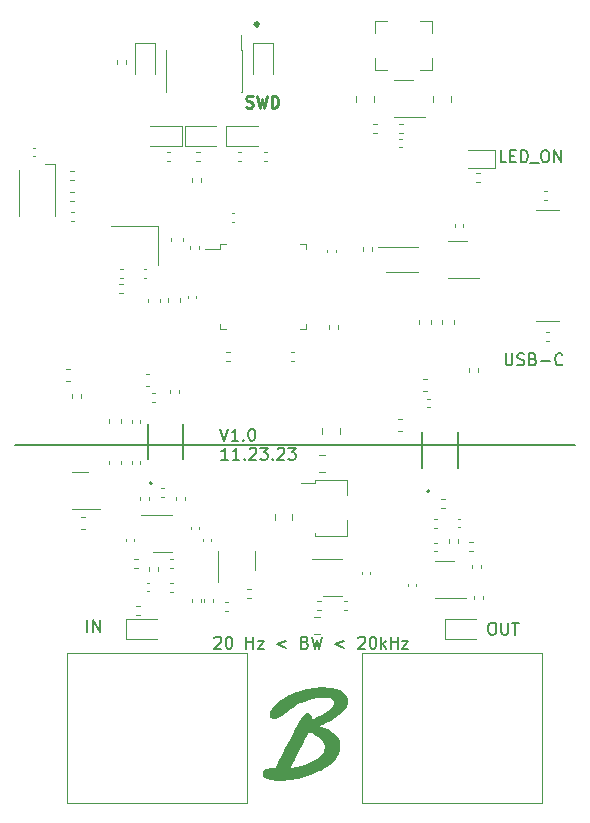
<source format=gbr>
%TF.GenerationSoftware,KiCad,Pcbnew,7.0.8*%
%TF.CreationDate,2023-11-11T20:00:54-08:00*%
%TF.ProjectId,Nemesis-MixSigPCB,4e656d65-7369-4732-9d4d-697853696750,rev?*%
%TF.SameCoordinates,Original*%
%TF.FileFunction,Legend,Top*%
%TF.FilePolarity,Positive*%
%FSLAX46Y46*%
G04 Gerber Fmt 4.6, Leading zero omitted, Abs format (unit mm)*
G04 Created by KiCad (PCBNEW 7.0.8) date 2023-11-11 20:00:54*
%MOMM*%
%LPD*%
G01*
G04 APERTURE LIST*
%ADD10C,0.150000*%
%ADD11C,0.250000*%
%ADD12C,0.120000*%
%ADD13C,0.100000*%
%ADD14C,0.127000*%
%ADD15C,0.200000*%
G04 APERTURE END LIST*
D10*
X66000000Y-138400000D02*
X113400000Y-138400000D01*
X86459160Y-102574104D02*
X86697255Y-102812200D01*
X86697255Y-102812200D02*
X86459160Y-103050295D01*
X86459160Y-103050295D02*
X86221064Y-102812200D01*
X86221064Y-102812200D02*
X86459160Y-102574104D01*
X86459160Y-102574104D02*
X86459160Y-103050295D01*
X106327255Y-153469819D02*
X106517731Y-153469819D01*
X106517731Y-153469819D02*
X106612969Y-153517438D01*
X106612969Y-153517438D02*
X106708207Y-153612676D01*
X106708207Y-153612676D02*
X106755826Y-153803152D01*
X106755826Y-153803152D02*
X106755826Y-154136485D01*
X106755826Y-154136485D02*
X106708207Y-154326961D01*
X106708207Y-154326961D02*
X106612969Y-154422200D01*
X106612969Y-154422200D02*
X106517731Y-154469819D01*
X106517731Y-154469819D02*
X106327255Y-154469819D01*
X106327255Y-154469819D02*
X106232017Y-154422200D01*
X106232017Y-154422200D02*
X106136779Y-154326961D01*
X106136779Y-154326961D02*
X106089160Y-154136485D01*
X106089160Y-154136485D02*
X106089160Y-153803152D01*
X106089160Y-153803152D02*
X106136779Y-153612676D01*
X106136779Y-153612676D02*
X106232017Y-153517438D01*
X106232017Y-153517438D02*
X106327255Y-153469819D01*
X107184398Y-153469819D02*
X107184398Y-154279342D01*
X107184398Y-154279342D02*
X107232017Y-154374580D01*
X107232017Y-154374580D02*
X107279636Y-154422200D01*
X107279636Y-154422200D02*
X107374874Y-154469819D01*
X107374874Y-154469819D02*
X107565350Y-154469819D01*
X107565350Y-154469819D02*
X107660588Y-154422200D01*
X107660588Y-154422200D02*
X107708207Y-154374580D01*
X107708207Y-154374580D02*
X107755826Y-154279342D01*
X107755826Y-154279342D02*
X107755826Y-153469819D01*
X108089160Y-153469819D02*
X108660588Y-153469819D01*
X108374874Y-154469819D02*
X108374874Y-153469819D01*
X82889160Y-154765057D02*
X82936779Y-154717438D01*
X82936779Y-154717438D02*
X83032017Y-154669819D01*
X83032017Y-154669819D02*
X83270112Y-154669819D01*
X83270112Y-154669819D02*
X83365350Y-154717438D01*
X83365350Y-154717438D02*
X83412969Y-154765057D01*
X83412969Y-154765057D02*
X83460588Y-154860295D01*
X83460588Y-154860295D02*
X83460588Y-154955533D01*
X83460588Y-154955533D02*
X83412969Y-155098390D01*
X83412969Y-155098390D02*
X82841541Y-155669819D01*
X82841541Y-155669819D02*
X83460588Y-155669819D01*
X84079636Y-154669819D02*
X84174874Y-154669819D01*
X84174874Y-154669819D02*
X84270112Y-154717438D01*
X84270112Y-154717438D02*
X84317731Y-154765057D01*
X84317731Y-154765057D02*
X84365350Y-154860295D01*
X84365350Y-154860295D02*
X84412969Y-155050771D01*
X84412969Y-155050771D02*
X84412969Y-155288866D01*
X84412969Y-155288866D02*
X84365350Y-155479342D01*
X84365350Y-155479342D02*
X84317731Y-155574580D01*
X84317731Y-155574580D02*
X84270112Y-155622200D01*
X84270112Y-155622200D02*
X84174874Y-155669819D01*
X84174874Y-155669819D02*
X84079636Y-155669819D01*
X84079636Y-155669819D02*
X83984398Y-155622200D01*
X83984398Y-155622200D02*
X83936779Y-155574580D01*
X83936779Y-155574580D02*
X83889160Y-155479342D01*
X83889160Y-155479342D02*
X83841541Y-155288866D01*
X83841541Y-155288866D02*
X83841541Y-155050771D01*
X83841541Y-155050771D02*
X83889160Y-154860295D01*
X83889160Y-154860295D02*
X83936779Y-154765057D01*
X83936779Y-154765057D02*
X83984398Y-154717438D01*
X83984398Y-154717438D02*
X84079636Y-154669819D01*
X85603446Y-155669819D02*
X85603446Y-154669819D01*
X85603446Y-155146009D02*
X86174874Y-155146009D01*
X86174874Y-155669819D02*
X86174874Y-154669819D01*
X86555827Y-155003152D02*
X87079636Y-155003152D01*
X87079636Y-155003152D02*
X86555827Y-155669819D01*
X86555827Y-155669819D02*
X87079636Y-155669819D01*
X88984399Y-155003152D02*
X88222494Y-155288866D01*
X88222494Y-155288866D02*
X88984399Y-155574580D01*
X90555827Y-155146009D02*
X90698684Y-155193628D01*
X90698684Y-155193628D02*
X90746303Y-155241247D01*
X90746303Y-155241247D02*
X90793922Y-155336485D01*
X90793922Y-155336485D02*
X90793922Y-155479342D01*
X90793922Y-155479342D02*
X90746303Y-155574580D01*
X90746303Y-155574580D02*
X90698684Y-155622200D01*
X90698684Y-155622200D02*
X90603446Y-155669819D01*
X90603446Y-155669819D02*
X90222494Y-155669819D01*
X90222494Y-155669819D02*
X90222494Y-154669819D01*
X90222494Y-154669819D02*
X90555827Y-154669819D01*
X90555827Y-154669819D02*
X90651065Y-154717438D01*
X90651065Y-154717438D02*
X90698684Y-154765057D01*
X90698684Y-154765057D02*
X90746303Y-154860295D01*
X90746303Y-154860295D02*
X90746303Y-154955533D01*
X90746303Y-154955533D02*
X90698684Y-155050771D01*
X90698684Y-155050771D02*
X90651065Y-155098390D01*
X90651065Y-155098390D02*
X90555827Y-155146009D01*
X90555827Y-155146009D02*
X90222494Y-155146009D01*
X91127256Y-154669819D02*
X91365351Y-155669819D01*
X91365351Y-155669819D02*
X91555827Y-154955533D01*
X91555827Y-154955533D02*
X91746303Y-155669819D01*
X91746303Y-155669819D02*
X91984399Y-154669819D01*
X93889161Y-155003152D02*
X93127256Y-155288866D01*
X93127256Y-155288866D02*
X93889161Y-155574580D01*
X95079637Y-154765057D02*
X95127256Y-154717438D01*
X95127256Y-154717438D02*
X95222494Y-154669819D01*
X95222494Y-154669819D02*
X95460589Y-154669819D01*
X95460589Y-154669819D02*
X95555827Y-154717438D01*
X95555827Y-154717438D02*
X95603446Y-154765057D01*
X95603446Y-154765057D02*
X95651065Y-154860295D01*
X95651065Y-154860295D02*
X95651065Y-154955533D01*
X95651065Y-154955533D02*
X95603446Y-155098390D01*
X95603446Y-155098390D02*
X95032018Y-155669819D01*
X95032018Y-155669819D02*
X95651065Y-155669819D01*
X96270113Y-154669819D02*
X96365351Y-154669819D01*
X96365351Y-154669819D02*
X96460589Y-154717438D01*
X96460589Y-154717438D02*
X96508208Y-154765057D01*
X96508208Y-154765057D02*
X96555827Y-154860295D01*
X96555827Y-154860295D02*
X96603446Y-155050771D01*
X96603446Y-155050771D02*
X96603446Y-155288866D01*
X96603446Y-155288866D02*
X96555827Y-155479342D01*
X96555827Y-155479342D02*
X96508208Y-155574580D01*
X96508208Y-155574580D02*
X96460589Y-155622200D01*
X96460589Y-155622200D02*
X96365351Y-155669819D01*
X96365351Y-155669819D02*
X96270113Y-155669819D01*
X96270113Y-155669819D02*
X96174875Y-155622200D01*
X96174875Y-155622200D02*
X96127256Y-155574580D01*
X96127256Y-155574580D02*
X96079637Y-155479342D01*
X96079637Y-155479342D02*
X96032018Y-155288866D01*
X96032018Y-155288866D02*
X96032018Y-155050771D01*
X96032018Y-155050771D02*
X96079637Y-154860295D01*
X96079637Y-154860295D02*
X96127256Y-154765057D01*
X96127256Y-154765057D02*
X96174875Y-154717438D01*
X96174875Y-154717438D02*
X96270113Y-154669819D01*
X97032018Y-155669819D02*
X97032018Y-154669819D01*
X97127256Y-155288866D02*
X97412970Y-155669819D01*
X97412970Y-155003152D02*
X97032018Y-155384104D01*
X97841542Y-155669819D02*
X97841542Y-154669819D01*
X97841542Y-155146009D02*
X98412970Y-155146009D01*
X98412970Y-155669819D02*
X98412970Y-154669819D01*
X98793923Y-155003152D02*
X99317732Y-155003152D01*
X99317732Y-155003152D02*
X98793923Y-155669819D01*
X98793923Y-155669819D02*
X99317732Y-155669819D01*
X107612969Y-114469819D02*
X107136779Y-114469819D01*
X107136779Y-114469819D02*
X107136779Y-113469819D01*
X107946303Y-113946009D02*
X108279636Y-113946009D01*
X108422493Y-114469819D02*
X107946303Y-114469819D01*
X107946303Y-114469819D02*
X107946303Y-113469819D01*
X107946303Y-113469819D02*
X108422493Y-113469819D01*
X108851065Y-114469819D02*
X108851065Y-113469819D01*
X108851065Y-113469819D02*
X109089160Y-113469819D01*
X109089160Y-113469819D02*
X109232017Y-113517438D01*
X109232017Y-113517438D02*
X109327255Y-113612676D01*
X109327255Y-113612676D02*
X109374874Y-113707914D01*
X109374874Y-113707914D02*
X109422493Y-113898390D01*
X109422493Y-113898390D02*
X109422493Y-114041247D01*
X109422493Y-114041247D02*
X109374874Y-114231723D01*
X109374874Y-114231723D02*
X109327255Y-114326961D01*
X109327255Y-114326961D02*
X109232017Y-114422200D01*
X109232017Y-114422200D02*
X109089160Y-114469819D01*
X109089160Y-114469819D02*
X108851065Y-114469819D01*
X109612970Y-114565057D02*
X110374874Y-114565057D01*
X110803446Y-113469819D02*
X110993922Y-113469819D01*
X110993922Y-113469819D02*
X111089160Y-113517438D01*
X111089160Y-113517438D02*
X111184398Y-113612676D01*
X111184398Y-113612676D02*
X111232017Y-113803152D01*
X111232017Y-113803152D02*
X111232017Y-114136485D01*
X111232017Y-114136485D02*
X111184398Y-114326961D01*
X111184398Y-114326961D02*
X111089160Y-114422200D01*
X111089160Y-114422200D02*
X110993922Y-114469819D01*
X110993922Y-114469819D02*
X110803446Y-114469819D01*
X110803446Y-114469819D02*
X110708208Y-114422200D01*
X110708208Y-114422200D02*
X110612970Y-114326961D01*
X110612970Y-114326961D02*
X110565351Y-114136485D01*
X110565351Y-114136485D02*
X110565351Y-113803152D01*
X110565351Y-113803152D02*
X110612970Y-113612676D01*
X110612970Y-113612676D02*
X110708208Y-113517438D01*
X110708208Y-113517438D02*
X110803446Y-113469819D01*
X111660589Y-114469819D02*
X111660589Y-113469819D01*
X111660589Y-113469819D02*
X112232017Y-114469819D01*
X112232017Y-114469819D02*
X112232017Y-113469819D01*
D11*
X85589949Y-109817000D02*
X85732806Y-109864619D01*
X85732806Y-109864619D02*
X85970901Y-109864619D01*
X85970901Y-109864619D02*
X86066139Y-109817000D01*
X86066139Y-109817000D02*
X86113758Y-109769380D01*
X86113758Y-109769380D02*
X86161377Y-109674142D01*
X86161377Y-109674142D02*
X86161377Y-109578904D01*
X86161377Y-109578904D02*
X86113758Y-109483666D01*
X86113758Y-109483666D02*
X86066139Y-109436047D01*
X86066139Y-109436047D02*
X85970901Y-109388428D01*
X85970901Y-109388428D02*
X85780425Y-109340809D01*
X85780425Y-109340809D02*
X85685187Y-109293190D01*
X85685187Y-109293190D02*
X85637568Y-109245571D01*
X85637568Y-109245571D02*
X85589949Y-109150333D01*
X85589949Y-109150333D02*
X85589949Y-109055095D01*
X85589949Y-109055095D02*
X85637568Y-108959857D01*
X85637568Y-108959857D02*
X85685187Y-108912238D01*
X85685187Y-108912238D02*
X85780425Y-108864619D01*
X85780425Y-108864619D02*
X86018520Y-108864619D01*
X86018520Y-108864619D02*
X86161377Y-108912238D01*
X86494711Y-108864619D02*
X86732806Y-109864619D01*
X86732806Y-109864619D02*
X86923282Y-109150333D01*
X86923282Y-109150333D02*
X87113758Y-109864619D01*
X87113758Y-109864619D02*
X87351854Y-108864619D01*
X87732806Y-109864619D02*
X87732806Y-108864619D01*
X87732806Y-108864619D02*
X87970901Y-108864619D01*
X87970901Y-108864619D02*
X88113758Y-108912238D01*
X88113758Y-108912238D02*
X88208996Y-109007476D01*
X88208996Y-109007476D02*
X88256615Y-109102714D01*
X88256615Y-109102714D02*
X88304234Y-109293190D01*
X88304234Y-109293190D02*
X88304234Y-109436047D01*
X88304234Y-109436047D02*
X88256615Y-109626523D01*
X88256615Y-109626523D02*
X88208996Y-109721761D01*
X88208996Y-109721761D02*
X88113758Y-109817000D01*
X88113758Y-109817000D02*
X87970901Y-109864619D01*
X87970901Y-109864619D02*
X87732806Y-109864619D01*
D10*
X83393922Y-137059819D02*
X83727255Y-138059819D01*
X83727255Y-138059819D02*
X84060588Y-137059819D01*
X84917731Y-138059819D02*
X84346303Y-138059819D01*
X84632017Y-138059819D02*
X84632017Y-137059819D01*
X84632017Y-137059819D02*
X84536779Y-137202676D01*
X84536779Y-137202676D02*
X84441541Y-137297914D01*
X84441541Y-137297914D02*
X84346303Y-137345533D01*
X85346303Y-137964580D02*
X85393922Y-138012200D01*
X85393922Y-138012200D02*
X85346303Y-138059819D01*
X85346303Y-138059819D02*
X85298684Y-138012200D01*
X85298684Y-138012200D02*
X85346303Y-137964580D01*
X85346303Y-137964580D02*
X85346303Y-138059819D01*
X86012969Y-137059819D02*
X86108207Y-137059819D01*
X86108207Y-137059819D02*
X86203445Y-137107438D01*
X86203445Y-137107438D02*
X86251064Y-137155057D01*
X86251064Y-137155057D02*
X86298683Y-137250295D01*
X86298683Y-137250295D02*
X86346302Y-137440771D01*
X86346302Y-137440771D02*
X86346302Y-137678866D01*
X86346302Y-137678866D02*
X86298683Y-137869342D01*
X86298683Y-137869342D02*
X86251064Y-137964580D01*
X86251064Y-137964580D02*
X86203445Y-138012200D01*
X86203445Y-138012200D02*
X86108207Y-138059819D01*
X86108207Y-138059819D02*
X86012969Y-138059819D01*
X86012969Y-138059819D02*
X85917731Y-138012200D01*
X85917731Y-138012200D02*
X85870112Y-137964580D01*
X85870112Y-137964580D02*
X85822493Y-137869342D01*
X85822493Y-137869342D02*
X85774874Y-137678866D01*
X85774874Y-137678866D02*
X85774874Y-137440771D01*
X85774874Y-137440771D02*
X85822493Y-137250295D01*
X85822493Y-137250295D02*
X85870112Y-137155057D01*
X85870112Y-137155057D02*
X85917731Y-137107438D01*
X85917731Y-137107438D02*
X86012969Y-137059819D01*
X84060588Y-139669819D02*
X83489160Y-139669819D01*
X83774874Y-139669819D02*
X83774874Y-138669819D01*
X83774874Y-138669819D02*
X83679636Y-138812676D01*
X83679636Y-138812676D02*
X83584398Y-138907914D01*
X83584398Y-138907914D02*
X83489160Y-138955533D01*
X85012969Y-139669819D02*
X84441541Y-139669819D01*
X84727255Y-139669819D02*
X84727255Y-138669819D01*
X84727255Y-138669819D02*
X84632017Y-138812676D01*
X84632017Y-138812676D02*
X84536779Y-138907914D01*
X84536779Y-138907914D02*
X84441541Y-138955533D01*
X85441541Y-139574580D02*
X85489160Y-139622200D01*
X85489160Y-139622200D02*
X85441541Y-139669819D01*
X85441541Y-139669819D02*
X85393922Y-139622200D01*
X85393922Y-139622200D02*
X85441541Y-139574580D01*
X85441541Y-139574580D02*
X85441541Y-139669819D01*
X85870112Y-138765057D02*
X85917731Y-138717438D01*
X85917731Y-138717438D02*
X86012969Y-138669819D01*
X86012969Y-138669819D02*
X86251064Y-138669819D01*
X86251064Y-138669819D02*
X86346302Y-138717438D01*
X86346302Y-138717438D02*
X86393921Y-138765057D01*
X86393921Y-138765057D02*
X86441540Y-138860295D01*
X86441540Y-138860295D02*
X86441540Y-138955533D01*
X86441540Y-138955533D02*
X86393921Y-139098390D01*
X86393921Y-139098390D02*
X85822493Y-139669819D01*
X85822493Y-139669819D02*
X86441540Y-139669819D01*
X86774874Y-138669819D02*
X87393921Y-138669819D01*
X87393921Y-138669819D02*
X87060588Y-139050771D01*
X87060588Y-139050771D02*
X87203445Y-139050771D01*
X87203445Y-139050771D02*
X87298683Y-139098390D01*
X87298683Y-139098390D02*
X87346302Y-139146009D01*
X87346302Y-139146009D02*
X87393921Y-139241247D01*
X87393921Y-139241247D02*
X87393921Y-139479342D01*
X87393921Y-139479342D02*
X87346302Y-139574580D01*
X87346302Y-139574580D02*
X87298683Y-139622200D01*
X87298683Y-139622200D02*
X87203445Y-139669819D01*
X87203445Y-139669819D02*
X86917731Y-139669819D01*
X86917731Y-139669819D02*
X86822493Y-139622200D01*
X86822493Y-139622200D02*
X86774874Y-139574580D01*
X87822493Y-139574580D02*
X87870112Y-139622200D01*
X87870112Y-139622200D02*
X87822493Y-139669819D01*
X87822493Y-139669819D02*
X87774874Y-139622200D01*
X87774874Y-139622200D02*
X87822493Y-139574580D01*
X87822493Y-139574580D02*
X87822493Y-139669819D01*
X88251064Y-138765057D02*
X88298683Y-138717438D01*
X88298683Y-138717438D02*
X88393921Y-138669819D01*
X88393921Y-138669819D02*
X88632016Y-138669819D01*
X88632016Y-138669819D02*
X88727254Y-138717438D01*
X88727254Y-138717438D02*
X88774873Y-138765057D01*
X88774873Y-138765057D02*
X88822492Y-138860295D01*
X88822492Y-138860295D02*
X88822492Y-138955533D01*
X88822492Y-138955533D02*
X88774873Y-139098390D01*
X88774873Y-139098390D02*
X88203445Y-139669819D01*
X88203445Y-139669819D02*
X88822492Y-139669819D01*
X89155826Y-138669819D02*
X89774873Y-138669819D01*
X89774873Y-138669819D02*
X89441540Y-139050771D01*
X89441540Y-139050771D02*
X89584397Y-139050771D01*
X89584397Y-139050771D02*
X89679635Y-139098390D01*
X89679635Y-139098390D02*
X89727254Y-139146009D01*
X89727254Y-139146009D02*
X89774873Y-139241247D01*
X89774873Y-139241247D02*
X89774873Y-139479342D01*
X89774873Y-139479342D02*
X89727254Y-139574580D01*
X89727254Y-139574580D02*
X89679635Y-139622200D01*
X89679635Y-139622200D02*
X89584397Y-139669819D01*
X89584397Y-139669819D02*
X89298683Y-139669819D01*
X89298683Y-139669819D02*
X89203445Y-139622200D01*
X89203445Y-139622200D02*
X89155826Y-139574580D01*
X107536779Y-130669819D02*
X107536779Y-131479342D01*
X107536779Y-131479342D02*
X107584398Y-131574580D01*
X107584398Y-131574580D02*
X107632017Y-131622200D01*
X107632017Y-131622200D02*
X107727255Y-131669819D01*
X107727255Y-131669819D02*
X107917731Y-131669819D01*
X107917731Y-131669819D02*
X108012969Y-131622200D01*
X108012969Y-131622200D02*
X108060588Y-131574580D01*
X108060588Y-131574580D02*
X108108207Y-131479342D01*
X108108207Y-131479342D02*
X108108207Y-130669819D01*
X108536779Y-131622200D02*
X108679636Y-131669819D01*
X108679636Y-131669819D02*
X108917731Y-131669819D01*
X108917731Y-131669819D02*
X109012969Y-131622200D01*
X109012969Y-131622200D02*
X109060588Y-131574580D01*
X109060588Y-131574580D02*
X109108207Y-131479342D01*
X109108207Y-131479342D02*
X109108207Y-131384104D01*
X109108207Y-131384104D02*
X109060588Y-131288866D01*
X109060588Y-131288866D02*
X109012969Y-131241247D01*
X109012969Y-131241247D02*
X108917731Y-131193628D01*
X108917731Y-131193628D02*
X108727255Y-131146009D01*
X108727255Y-131146009D02*
X108632017Y-131098390D01*
X108632017Y-131098390D02*
X108584398Y-131050771D01*
X108584398Y-131050771D02*
X108536779Y-130955533D01*
X108536779Y-130955533D02*
X108536779Y-130860295D01*
X108536779Y-130860295D02*
X108584398Y-130765057D01*
X108584398Y-130765057D02*
X108632017Y-130717438D01*
X108632017Y-130717438D02*
X108727255Y-130669819D01*
X108727255Y-130669819D02*
X108965350Y-130669819D01*
X108965350Y-130669819D02*
X109108207Y-130717438D01*
X109870112Y-131146009D02*
X110012969Y-131193628D01*
X110012969Y-131193628D02*
X110060588Y-131241247D01*
X110060588Y-131241247D02*
X110108207Y-131336485D01*
X110108207Y-131336485D02*
X110108207Y-131479342D01*
X110108207Y-131479342D02*
X110060588Y-131574580D01*
X110060588Y-131574580D02*
X110012969Y-131622200D01*
X110012969Y-131622200D02*
X109917731Y-131669819D01*
X109917731Y-131669819D02*
X109536779Y-131669819D01*
X109536779Y-131669819D02*
X109536779Y-130669819D01*
X109536779Y-130669819D02*
X109870112Y-130669819D01*
X109870112Y-130669819D02*
X109965350Y-130717438D01*
X109965350Y-130717438D02*
X110012969Y-130765057D01*
X110012969Y-130765057D02*
X110060588Y-130860295D01*
X110060588Y-130860295D02*
X110060588Y-130955533D01*
X110060588Y-130955533D02*
X110012969Y-131050771D01*
X110012969Y-131050771D02*
X109965350Y-131098390D01*
X109965350Y-131098390D02*
X109870112Y-131146009D01*
X109870112Y-131146009D02*
X109536779Y-131146009D01*
X110536779Y-131288866D02*
X111298684Y-131288866D01*
X112346302Y-131574580D02*
X112298683Y-131622200D01*
X112298683Y-131622200D02*
X112155826Y-131669819D01*
X112155826Y-131669819D02*
X112060588Y-131669819D01*
X112060588Y-131669819D02*
X111917731Y-131622200D01*
X111917731Y-131622200D02*
X111822493Y-131526961D01*
X111822493Y-131526961D02*
X111774874Y-131431723D01*
X111774874Y-131431723D02*
X111727255Y-131241247D01*
X111727255Y-131241247D02*
X111727255Y-131098390D01*
X111727255Y-131098390D02*
X111774874Y-130907914D01*
X111774874Y-130907914D02*
X111822493Y-130812676D01*
X111822493Y-130812676D02*
X111917731Y-130717438D01*
X111917731Y-130717438D02*
X112060588Y-130669819D01*
X112060588Y-130669819D02*
X112155826Y-130669819D01*
X112155826Y-130669819D02*
X112298683Y-130717438D01*
X112298683Y-130717438D02*
X112346302Y-130765057D01*
X72136779Y-154269819D02*
X72136779Y-153269819D01*
X72612969Y-154269819D02*
X72612969Y-153269819D01*
X72612969Y-153269819D02*
X73184397Y-154269819D01*
X73184397Y-154269819D02*
X73184397Y-153269819D01*
D12*
%TO.C,C300*%
X82040000Y-151697836D02*
X82040000Y-151482164D01*
X82760000Y-151697836D02*
X82760000Y-151482164D01*
%TO.C,R101*%
X98546359Y-111220000D02*
X98853641Y-111220000D01*
X98546359Y-111980000D02*
X98853641Y-111980000D01*
%TO.C,C405*%
X101700336Y-147410000D02*
X101484664Y-147410000D01*
X101700336Y-146690000D02*
X101484664Y-146690000D01*
%TO.C,R210*%
X78846359Y-113630000D02*
X79153641Y-113630000D01*
X78846359Y-114390000D02*
X79153641Y-114390000D01*
%TO.C,R212*%
X81653641Y-114390000D02*
X81346359Y-114390000D01*
X81653641Y-113630000D02*
X81346359Y-113630000D01*
%TO.C,D205*%
X83890000Y-111410000D02*
X83890000Y-113110000D01*
X83890000Y-111410000D02*
X86550000Y-111410000D01*
X83890000Y-113110000D02*
X86550000Y-113110000D01*
%TO.C,R303*%
X79096359Y-150070000D02*
X79403641Y-150070000D01*
X79096359Y-150830000D02*
X79403641Y-150830000D01*
%TO.C,C301*%
X84007836Y-152450000D02*
X83792164Y-152450000D01*
X84007836Y-151730000D02*
X83792164Y-151730000D01*
%TO.C,Y200*%
X78150000Y-123212500D02*
X78150000Y-119912500D01*
X78150000Y-119912500D02*
X74150000Y-119912500D01*
%TO.C,C101*%
X101215000Y-127859420D02*
X101215000Y-128140580D01*
X100195000Y-127859420D02*
X100195000Y-128140580D01*
%TO.C,D201*%
X87850000Y-104390000D02*
X86150000Y-104390000D01*
X87850000Y-104390000D02*
X87850000Y-107050000D01*
X86150000Y-104390000D02*
X86150000Y-107050000D01*
%TO.C,C105*%
X102885000Y-108838748D02*
X102885000Y-109361252D01*
X101415000Y-108838748D02*
X101415000Y-109361252D01*
%TO.C,R309*%
X79880000Y-133746359D02*
X79880000Y-134053641D01*
X79120000Y-133746359D02*
X79120000Y-134053641D01*
%TO.C,R305*%
X76096359Y-148070000D02*
X76403641Y-148070000D01*
X76096359Y-148830000D02*
X76403641Y-148830000D01*
%TO.C,R100*%
X92015000Y-137477064D02*
X92015000Y-137022936D01*
X93485000Y-137477064D02*
X93485000Y-137022936D01*
%TO.C,C207*%
X77240000Y-126303080D02*
X77240000Y-126021920D01*
X78260000Y-126303080D02*
X78260000Y-126021920D01*
%TO.C,R404*%
X104766141Y-147430000D02*
X104458859Y-147430000D01*
X104766141Y-146670000D02*
X104458859Y-146670000D01*
%TO.C,R211*%
X74620000Y-106153641D02*
X74620000Y-105846359D01*
X75380000Y-106153641D02*
X75380000Y-105846359D01*
%TO.C,C107*%
X91861252Y-154435000D02*
X91338748Y-154435000D01*
X91861252Y-152965000D02*
X91338748Y-152965000D01*
%TO.C,C400*%
X100865580Y-133860000D02*
X100584420Y-133860000D01*
X100865580Y-132840000D02*
X100584420Y-132840000D01*
%TO.C,C309*%
X71890580Y-145510000D02*
X71609420Y-145510000D01*
X71890580Y-144490000D02*
X71609420Y-144490000D01*
%TO.C,D300*%
X75390000Y-153150000D02*
X75390000Y-154850000D01*
X75390000Y-153150000D02*
X78050000Y-153150000D01*
X75390000Y-154850000D02*
X78050000Y-154850000D01*
%TO.C,C108*%
X96100000Y-149162164D02*
X96100000Y-149377836D01*
X95380000Y-149162164D02*
X95380000Y-149377836D01*
%TO.C,C404*%
X105460000Y-148592164D02*
X105460000Y-148807836D01*
X104740000Y-148592164D02*
X104740000Y-148807836D01*
%TO.C,J200*%
X110100000Y-127950000D02*
X112100000Y-127950000D01*
X110100000Y-118550000D02*
X112100000Y-118550000D01*
%TO.C,C312*%
X75010000Y-136259420D02*
X75010000Y-136540580D01*
X73990000Y-136259420D02*
X73990000Y-136540580D01*
%TO.C,C310*%
X73990000Y-140040580D02*
X73990000Y-139759420D01*
X75010000Y-140040580D02*
X75010000Y-139759420D01*
%TO.C,C403*%
X103504664Y-144690000D02*
X103720336Y-144690000D01*
X103504664Y-145410000D02*
X103720336Y-145410000D01*
%TO.C,R400*%
X105180000Y-131946359D02*
X105180000Y-132253641D01*
X104420000Y-131946359D02*
X104420000Y-132253641D01*
%TO.C,G\u002A\u002A\u002A*%
G36*
X92248428Y-158954067D02*
G01*
X92469618Y-158958866D01*
X92661996Y-158967511D01*
X92810227Y-158980017D01*
X92850970Y-158985652D01*
X93200385Y-159062813D01*
X93501639Y-159172041D01*
X93752399Y-159311399D01*
X93950329Y-159478951D01*
X94093095Y-159672757D01*
X94178362Y-159890882D01*
X94204017Y-160108433D01*
X94174502Y-160349953D01*
X94084488Y-160589861D01*
X93933038Y-160829396D01*
X93719215Y-161069800D01*
X93442083Y-161312312D01*
X93117995Y-161546662D01*
X92948816Y-161652136D01*
X92743431Y-161768589D01*
X92520210Y-161886601D01*
X92297526Y-161996758D01*
X92093749Y-162089643D01*
X91934511Y-162153271D01*
X91857298Y-162185337D01*
X91814885Y-162211771D01*
X91812082Y-162217049D01*
X91840578Y-162236621D01*
X91914629Y-162267157D01*
X91999807Y-162296098D01*
X92244627Y-162387945D01*
X92494670Y-162508563D01*
X92737332Y-162649678D01*
X92960008Y-162803017D01*
X93150095Y-162960307D01*
X93294988Y-163113276D01*
X93340555Y-163176121D01*
X93426810Y-163320632D01*
X93483198Y-163450254D01*
X93519361Y-163592604D01*
X93542645Y-163754950D01*
X93554152Y-164048177D01*
X93515489Y-164319723D01*
X93423147Y-164581535D01*
X93273616Y-164845560D01*
X93185935Y-164969345D01*
X92945174Y-165245365D01*
X92645088Y-165511640D01*
X92291435Y-165763725D01*
X91889969Y-165997174D01*
X91786124Y-166050446D01*
X91200808Y-166309947D01*
X90581427Y-166521989D01*
X89940899Y-166683573D01*
X89292144Y-166791702D01*
X88648082Y-166843378D01*
X88351414Y-166847319D01*
X88178735Y-166843735D01*
X88009146Y-166836773D01*
X87865530Y-166827544D01*
X87791178Y-166820135D01*
X87583156Y-166779855D01*
X87384772Y-166716847D01*
X87213555Y-166638057D01*
X87087037Y-166550429D01*
X87070827Y-166534733D01*
X87006422Y-166459578D01*
X86974586Y-166388536D01*
X86964374Y-166292195D01*
X86963882Y-166247386D01*
X86969709Y-166132923D01*
X86992561Y-166057988D01*
X87040495Y-165997431D01*
X87045501Y-165992600D01*
X87187311Y-165896960D01*
X87383284Y-165829711D01*
X87635773Y-165790127D01*
X87723300Y-165783514D01*
X88025649Y-165765428D01*
X88072795Y-165679721D01*
X89385312Y-165679721D01*
X89388285Y-165721248D01*
X89418521Y-165739576D01*
X89475501Y-165741680D01*
X89558708Y-165734533D01*
X89612780Y-165729423D01*
X89748818Y-165711087D01*
X89923693Y-165678481D01*
X90113790Y-165636395D01*
X90277635Y-165594575D01*
X90720769Y-165456170D01*
X91104166Y-165300248D01*
X91431546Y-165124688D01*
X91706626Y-164927368D01*
X91933124Y-164706169D01*
X92016980Y-164602556D01*
X92135644Y-164422066D01*
X92204953Y-164253532D01*
X92231596Y-164075405D01*
X92227685Y-163923600D01*
X92179016Y-163701779D01*
X92068917Y-163494041D01*
X91896658Y-163299575D01*
X91661510Y-163117572D01*
X91362745Y-162947220D01*
X91338689Y-162935348D01*
X91161575Y-162848321D01*
X91033055Y-162789692D01*
X90941704Y-162762142D01*
X90876101Y-162768347D01*
X90824823Y-162810987D01*
X90776446Y-162892739D01*
X90719548Y-163016283D01*
X90687279Y-163088081D01*
X90581760Y-163314941D01*
X90452150Y-163584550D01*
X90305730Y-163882394D01*
X90149785Y-164193961D01*
X89991600Y-164504737D01*
X89838457Y-164800207D01*
X89697641Y-165065859D01*
X89656409Y-165142134D01*
X89545150Y-165346202D01*
X89463226Y-165499172D01*
X89410119Y-165608021D01*
X89385312Y-165679721D01*
X88072795Y-165679721D01*
X88242998Y-165370310D01*
X88307780Y-165250086D01*
X88397021Y-165080859D01*
X88505884Y-164871984D01*
X88629536Y-164632814D01*
X88763140Y-164372703D01*
X88901862Y-164101004D01*
X89040867Y-163827071D01*
X89046366Y-163816195D01*
X89254324Y-163405243D01*
X89435408Y-163048244D01*
X89591962Y-162740757D01*
X89726332Y-162478340D01*
X89840862Y-162256554D01*
X89937897Y-162070958D01*
X90019782Y-161917111D01*
X90088862Y-161790572D01*
X90147481Y-161686900D01*
X90197984Y-161601655D01*
X90242716Y-161530396D01*
X90284021Y-161468683D01*
X90291786Y-161457512D01*
X90433422Y-161280920D01*
X90570281Y-161166713D01*
X90707547Y-161112749D01*
X90850404Y-161116880D01*
X90989025Y-161169007D01*
X91106983Y-161248254D01*
X91167713Y-161341906D01*
X91179278Y-161465168D01*
X91173409Y-161516750D01*
X91164994Y-161614430D01*
X91178525Y-161657705D01*
X91190530Y-161661440D01*
X91233366Y-161648057D01*
X91322390Y-161611511D01*
X91445073Y-161557198D01*
X91588887Y-161490519D01*
X91606185Y-161482316D01*
X91957690Y-161300643D01*
X92267457Y-161110696D01*
X92531442Y-160915997D01*
X92745601Y-160720067D01*
X92905891Y-160526430D01*
X93008267Y-160338607D01*
X93039463Y-160233984D01*
X93029462Y-160127059D01*
X92957263Y-160028449D01*
X92825713Y-159940722D01*
X92637656Y-159866444D01*
X92629059Y-159863807D01*
X92521756Y-159833466D01*
X92426983Y-159814088D01*
X92327059Y-159804284D01*
X92204306Y-159802665D01*
X92041042Y-159807842D01*
X91962212Y-159811420D01*
X91533381Y-159851338D01*
X91122975Y-159931945D01*
X90714974Y-160057577D01*
X90293358Y-160232569D01*
X90147044Y-160302609D01*
X89838118Y-160468292D01*
X89518612Y-160663563D01*
X89206130Y-160876354D01*
X88918276Y-161094595D01*
X88672654Y-161306220D01*
X88645244Y-161332137D01*
X88466893Y-161482485D01*
X88300303Y-161577387D01*
X88134134Y-161622465D01*
X88048373Y-161628075D01*
X87856526Y-161604742D01*
X87709040Y-161536675D01*
X87608960Y-161429700D01*
X87559333Y-161289646D01*
X87563206Y-161122341D01*
X87623624Y-160933614D01*
X87653649Y-160872908D01*
X87740447Y-160741696D01*
X87868263Y-160588155D01*
X88023527Y-160425778D01*
X88192666Y-160268059D01*
X88362108Y-160128490D01*
X88498945Y-160032497D01*
X88617300Y-159957496D01*
X88723962Y-159889032D01*
X88799065Y-159839874D01*
X88808483Y-159833529D01*
X88909679Y-159773434D01*
X89056921Y-159697223D01*
X89235143Y-159611776D01*
X89429278Y-159523974D01*
X89624262Y-159440699D01*
X89805029Y-159368831D01*
X89907448Y-159331603D01*
X90148723Y-159253746D01*
X90417096Y-159176223D01*
X90692231Y-159104261D01*
X90953791Y-159043088D01*
X91181440Y-158997933D01*
X91246999Y-158987235D01*
X91382233Y-158973030D01*
X91565327Y-158962595D01*
X91780948Y-158955947D01*
X92013760Y-158953099D01*
X92248428Y-158954067D01*
G37*
%TO.C,C204*%
X84372164Y-118802500D02*
X84587836Y-118802500D01*
X84372164Y-119522500D02*
X84587836Y-119522500D01*
%TO.C,R202*%
X92620000Y-128566141D02*
X92620000Y-128258859D01*
X93380000Y-128566141D02*
X93380000Y-128258859D01*
%TO.C,C315*%
X77390580Y-133410000D02*
X77109420Y-133410000D01*
X77390580Y-132390000D02*
X77109420Y-132390000D01*
%TO.C,C201*%
X81560000Y-121592164D02*
X81560000Y-121807836D01*
X80840000Y-121592164D02*
X80840000Y-121807836D01*
%TO.C,R304*%
X78130000Y-148796359D02*
X78130000Y-149103641D01*
X77370000Y-148796359D02*
X77370000Y-149103641D01*
D13*
%TO.C,J400*%
X110620000Y-168720000D02*
X95380000Y-168720000D01*
X95380000Y-168720000D02*
X95380000Y-156020000D01*
X95380000Y-156020000D02*
X110620000Y-156020000D01*
X110620000Y-156020000D02*
X110620000Y-168720000D01*
D12*
%TO.C,C106*%
X98757836Y-113210000D02*
X98542164Y-113210000D01*
X98757836Y-112490000D02*
X98542164Y-112490000D01*
%TO.C,R206*%
X111083641Y-117640000D02*
X110776359Y-117640000D01*
X111083641Y-116880000D02*
X110776359Y-116880000D01*
%TO.C,C303*%
X77377836Y-150810000D02*
X77162164Y-150810000D01*
X77377836Y-150090000D02*
X77162164Y-150090000D01*
%TO.C,U201*%
X103500000Y-124260000D02*
X105300000Y-124260000D01*
X103500000Y-124260000D02*
X102700000Y-124260000D01*
X103500000Y-121140000D02*
X104300000Y-121140000D01*
X103500000Y-121140000D02*
X102700000Y-121140000D01*
D13*
%TO.C,J300*%
X85620000Y-168720000D02*
X70380000Y-168720000D01*
X70380000Y-168720000D02*
X70380000Y-156020000D01*
X70380000Y-156020000D02*
X85620000Y-156020000D01*
X85620000Y-156020000D02*
X85620000Y-168720000D01*
D12*
%TO.C,C305*%
X79142164Y-148090000D02*
X79357836Y-148090000D01*
X79142164Y-148810000D02*
X79357836Y-148810000D01*
%TO.C,D100*%
X106685000Y-114935000D02*
X106685000Y-113465000D01*
X106685000Y-113465000D02*
X104400000Y-113465000D01*
X104400000Y-114935000D02*
X106685000Y-114935000D01*
%TO.C,R201*%
X75153641Y-125542500D02*
X74846359Y-125542500D01*
X75153641Y-124782500D02*
X74846359Y-124782500D01*
%TO.C,R103*%
X105046359Y-115420000D02*
X105353641Y-115420000D01*
X105046359Y-116180000D02*
X105353641Y-116180000D01*
%TO.C,C200*%
X80210000Y-120859420D02*
X80210000Y-121140580D01*
X79190000Y-120859420D02*
X79190000Y-121140580D01*
%TO.C,D203*%
X77850000Y-104390000D02*
X76150000Y-104390000D01*
X77850000Y-104390000D02*
X77850000Y-107050000D01*
X76150000Y-104390000D02*
X76150000Y-107050000D01*
%TO.C,R300*%
X76553641Y-152780000D02*
X76246359Y-152780000D01*
X76553641Y-152020000D02*
X76246359Y-152020000D01*
%TO.C,U101*%
X98900000Y-110660000D02*
X100700000Y-110660000D01*
X98900000Y-110660000D02*
X98100000Y-110660000D01*
X98900000Y-107540000D02*
X99700000Y-107540000D01*
X98900000Y-107540000D02*
X98100000Y-107540000D01*
%TO.C,C306*%
X81610000Y-145342164D02*
X81610000Y-145557836D01*
X80890000Y-145342164D02*
X80890000Y-145557836D01*
%TO.C,R208*%
X71003641Y-117730000D02*
X70696359Y-117730000D01*
X71003641Y-116970000D02*
X70696359Y-116970000D01*
%TO.C,C102*%
X92261252Y-140735000D02*
X91738748Y-140735000D01*
X92261252Y-139265000D02*
X91738748Y-139265000D01*
%TO.C,C212*%
X87122164Y-113650000D02*
X87337836Y-113650000D01*
X87122164Y-114370000D02*
X87337836Y-114370000D01*
%TO.C,R213*%
X85163641Y-114390000D02*
X84856359Y-114390000D01*
X85163641Y-113630000D02*
X84856359Y-113630000D01*
%TO.C,C307*%
X78392164Y-142090000D02*
X78607836Y-142090000D01*
X78392164Y-142810000D02*
X78607836Y-142810000D01*
%TO.C,C206*%
X78990000Y-126278080D02*
X78990000Y-125996920D01*
X80010000Y-126278080D02*
X80010000Y-125996920D01*
%TO.C,R306*%
X77380000Y-142806359D02*
X77380000Y-143113641D01*
X76620000Y-142806359D02*
X76620000Y-143113641D01*
%TO.C,C401*%
X101107836Y-135210000D02*
X100892164Y-135210000D01*
X101107836Y-134490000D02*
X100892164Y-134490000D01*
%TO.C,R401*%
X102086359Y-142970000D02*
X102393641Y-142970000D01*
X102086359Y-143730000D02*
X102393641Y-143730000D01*
%TO.C,C406*%
X99252500Y-150387836D02*
X99252500Y-150172164D01*
X99972500Y-150387836D02*
X99972500Y-150172164D01*
%TO.C,C210*%
X103230000Y-119967836D02*
X103230000Y-119752164D01*
X103950000Y-119967836D02*
X103950000Y-119752164D01*
%TO.C,C103*%
X88015000Y-144761252D02*
X88015000Y-144238748D01*
X89485000Y-144761252D02*
X89485000Y-144238748D01*
%TO.C,R403*%
X102732500Y-146703641D02*
X102732500Y-146396359D01*
X103492500Y-146703641D02*
X103492500Y-146396359D01*
%TO.C,C104*%
X96385000Y-108838748D02*
X96385000Y-109361252D01*
X94915000Y-108838748D02*
X94915000Y-109361252D01*
%TO.C,U401*%
X102362500Y-151360000D02*
X104162500Y-151360000D01*
X102362500Y-151360000D02*
X101562500Y-151360000D01*
X102362500Y-148240000D02*
X103162500Y-148240000D01*
X102362500Y-148240000D02*
X101562500Y-148240000D01*
%TO.C,U300*%
X83190000Y-148200000D02*
X83190000Y-150000000D01*
X83190000Y-148200000D02*
X83190000Y-147400000D01*
X86310000Y-148200000D02*
X86310000Y-149000000D01*
X86310000Y-148200000D02*
X86310000Y-147400000D01*
D13*
%TO.C,L201*%
X96700000Y-121650000D02*
X100100000Y-121650000D01*
X97400000Y-123750000D02*
X100100000Y-123750000D01*
D14*
%TO.C,U400*%
X100500000Y-140350000D02*
X100500000Y-137350000D01*
X103500000Y-140350000D02*
X103500000Y-137350000D01*
D15*
X101100000Y-142350000D02*
G75*
G03*
X101100000Y-142350000I-100000J0D01*
G01*
D12*
%TO.C,D200*%
X69350000Y-114599956D02*
X69350000Y-119050000D01*
X68550000Y-114600000D02*
X69350000Y-114600000D01*
X66350000Y-115150000D02*
X66350000Y-119050000D01*
%TO.C,R104*%
X93836359Y-151620000D02*
X94143641Y-151620000D01*
X93836359Y-152380000D02*
X94143641Y-152380000D01*
%TO.C,C302*%
X82610000Y-146342164D02*
X82610000Y-146557836D01*
X81890000Y-146342164D02*
X81890000Y-146557836D01*
%TO.C,C202*%
X89587836Y-131272500D02*
X89372164Y-131272500D01*
X89587836Y-130552500D02*
X89372164Y-130552500D01*
%TO.C,R207*%
X71003641Y-115980000D02*
X70696359Y-115980000D01*
X71003641Y-115220000D02*
X70696359Y-115220000D01*
%TO.C,R405*%
X104870000Y-151503641D02*
X104870000Y-151196359D01*
X105630000Y-151503641D02*
X105630000Y-151196359D01*
%TO.C,C100*%
X103215000Y-127859420D02*
X103215000Y-128140580D01*
X102195000Y-127859420D02*
X102195000Y-128140580D01*
%TO.C,D202*%
X80110000Y-113110000D02*
X80110000Y-111410000D01*
X80110000Y-113110000D02*
X77450000Y-113110000D01*
X80110000Y-111410000D02*
X77450000Y-111410000D01*
%TO.C,C208*%
X77127836Y-124272500D02*
X76912164Y-124272500D01*
X77127836Y-123552500D02*
X76912164Y-123552500D01*
%TO.C,R203*%
X83896359Y-130532500D02*
X84203641Y-130532500D01*
X83896359Y-131292500D02*
X84203641Y-131292500D01*
%TO.C,C211*%
X67492164Y-113240000D02*
X67707836Y-113240000D01*
X67492164Y-113960000D02*
X67707836Y-113960000D01*
%TO.C,R402*%
X101766141Y-145430000D02*
X101458859Y-145430000D01*
X101766141Y-144670000D02*
X101458859Y-144670000D01*
%TO.C,J201*%
X85170000Y-103670000D02*
X85170000Y-104995000D01*
X85235000Y-104995000D02*
X85170000Y-104995000D01*
X85235000Y-104995000D02*
X85235000Y-108525000D01*
X78830000Y-104995000D02*
X78765000Y-104995000D01*
X78765000Y-104995000D02*
X78765000Y-108525000D01*
X85235000Y-108525000D02*
X85170000Y-108525000D01*
X78830000Y-108525000D02*
X78765000Y-108525000D01*
%TO.C,R301*%
X81780000Y-151436359D02*
X81780000Y-151743641D01*
X81020000Y-151436359D02*
X81020000Y-151743641D01*
%TO.C,C402*%
X98740580Y-137210000D02*
X98459420Y-137210000D01*
X98740580Y-136190000D02*
X98459420Y-136190000D01*
%TO.C,U302*%
X71500000Y-143810000D02*
X73175000Y-143810000D01*
X71500000Y-143810000D02*
X70850000Y-143810000D01*
X71500000Y-140690000D02*
X72150000Y-140690000D01*
X71500000Y-140690000D02*
X70850000Y-140690000D01*
%TO.C,R102*%
X96346359Y-111220000D02*
X96653641Y-111220000D01*
X96346359Y-111980000D02*
X96653641Y-111980000D01*
%TO.C,C313*%
X76610000Y-136312164D02*
X76610000Y-136527836D01*
X75890000Y-136312164D02*
X75890000Y-136527836D01*
%TO.C,R204*%
X96220000Y-121666359D02*
X96220000Y-121973641D01*
X95460000Y-121666359D02*
X95460000Y-121973641D01*
%TO.C,R209*%
X71013641Y-119480000D02*
X70706359Y-119480000D01*
X71013641Y-118720000D02*
X70706359Y-118720000D01*
%TO.C,C314*%
X77857836Y-134760000D02*
X77642164Y-134760000D01*
X77857836Y-134040000D02*
X77642164Y-134040000D01*
%TO.C,C209*%
X74892164Y-123552500D02*
X75107836Y-123552500D01*
X74892164Y-124272500D02*
X75107836Y-124272500D01*
D14*
%TO.C,U303*%
X77250000Y-139650000D02*
X77250000Y-136650000D01*
X80250000Y-139650000D02*
X80250000Y-136650000D01*
D15*
X77600000Y-141650000D02*
G75*
G03*
X77600000Y-141650000I-100000J0D01*
G01*
D12*
%TO.C,C304*%
X75390000Y-146557836D02*
X75390000Y-146342164D01*
X76110000Y-146557836D02*
X76110000Y-146342164D01*
%TO.C,R308*%
X70870000Y-134403641D02*
X70870000Y-134096359D01*
X71630000Y-134403641D02*
X71630000Y-134096359D01*
%TO.C,R205*%
X111253641Y-129660000D02*
X110946359Y-129660000D01*
X111253641Y-128900000D02*
X110946359Y-128900000D01*
%TO.C,R307*%
X80380000Y-142796359D02*
X80380000Y-143103641D01*
X79620000Y-142796359D02*
X79620000Y-143103641D01*
%TO.C,U100*%
X90250000Y-141620000D02*
X91390000Y-141620000D01*
X91390000Y-141390000D02*
X91390000Y-141620000D01*
X91390000Y-141390000D02*
X94110000Y-141390000D01*
X91390000Y-146110000D02*
X91390000Y-145880000D01*
X94110000Y-141390000D02*
X94110000Y-142700000D01*
X94110000Y-144800000D02*
X94110000Y-146110000D01*
X94110000Y-146110000D02*
X91390000Y-146110000D01*
%TO.C,U102*%
X92912500Y-148090000D02*
X91112500Y-148090000D01*
X92912500Y-148090000D02*
X93712500Y-148090000D01*
X92912500Y-151210000D02*
X92112500Y-151210000D01*
X92912500Y-151210000D02*
X93712500Y-151210000D01*
%TO.C,R302*%
X85646359Y-150620000D02*
X85953641Y-150620000D01*
X85646359Y-151380000D02*
X85953641Y-151380000D01*
%TO.C,U301*%
X78500000Y-144390000D02*
X76700000Y-144390000D01*
X78500000Y-144390000D02*
X79300000Y-144390000D01*
X78500000Y-147510000D02*
X77700000Y-147510000D01*
X78500000Y-147510000D02*
X79300000Y-147510000D01*
%TO.C,R200*%
X81020000Y-116153641D02*
X81020000Y-115846359D01*
X81780000Y-116153641D02*
X81780000Y-115846359D01*
%TO.C,C203*%
X93160000Y-121892164D02*
X93160000Y-122107836D01*
X92440000Y-121892164D02*
X92440000Y-122107836D01*
%TO.C,C205*%
X80640000Y-126020336D02*
X80640000Y-125804664D01*
X81360000Y-126020336D02*
X81360000Y-125804664D01*
%TO.C,D400*%
X102390000Y-153150000D02*
X102390000Y-154850000D01*
X102390000Y-153150000D02*
X105050000Y-153150000D01*
X102390000Y-154850000D02*
X105050000Y-154850000D01*
%TO.C,U200*%
X83390000Y-121390000D02*
X83390000Y-121840000D01*
X83390000Y-121840000D02*
X82100000Y-121840000D01*
X83390000Y-128610000D02*
X83390000Y-128160000D01*
X83840000Y-121390000D02*
X83390000Y-121390000D01*
X83840000Y-128610000D02*
X83390000Y-128610000D01*
X90160000Y-121390000D02*
X90610000Y-121390000D01*
X90160000Y-128610000D02*
X90610000Y-128610000D01*
X90610000Y-121390000D02*
X90610000Y-121840000D01*
X90610000Y-128610000D02*
X90610000Y-128160000D01*
%TO.C,D204*%
X80390000Y-111410000D02*
X80390000Y-113110000D01*
X80390000Y-111410000D02*
X83050000Y-111410000D01*
X80390000Y-113110000D02*
X83050000Y-113110000D01*
%TO.C,C308*%
X70640580Y-133010000D02*
X70359420Y-133010000D01*
X70640580Y-131990000D02*
X70359420Y-131990000D01*
%TO.C,L101*%
X96515000Y-102490000D02*
X96515000Y-103515000D01*
X96515000Y-102490000D02*
X97540000Y-102490000D01*
X96515000Y-106710000D02*
X96515000Y-105685000D01*
X96515000Y-106710000D02*
X97540000Y-106710000D01*
X101285000Y-102490000D02*
X100260000Y-102490000D01*
X101285000Y-102490000D02*
X101285000Y-103515000D01*
X101285000Y-106710000D02*
X100260000Y-106710000D01*
X101285000Y-106710000D02*
X101285000Y-105685000D01*
%TO.C,C311*%
X75890000Y-140027836D02*
X75890000Y-139812164D01*
X76610000Y-140027836D02*
X76610000Y-139812164D01*
%TO.C,R105*%
X91586359Y-151620000D02*
X91893641Y-151620000D01*
X91586359Y-152380000D02*
X91893641Y-152380000D01*
%TD*%
M02*

</source>
